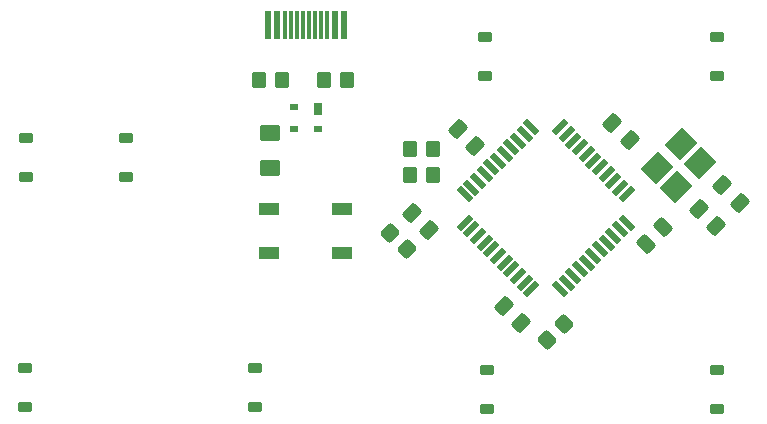
<source format=gbr>
G04 #@! TF.GenerationSoftware,KiCad,Pcbnew,8.0.6*
G04 #@! TF.CreationDate,2025-01-18T20:04:13+00:00*
G04 #@! TF.ProjectId,macro-keyboard,6d616372-6f2d-46b6-9579-626f6172642e,rev?*
G04 #@! TF.SameCoordinates,Original*
G04 #@! TF.FileFunction,Paste,Bot*
G04 #@! TF.FilePolarity,Positive*
%FSLAX46Y46*%
G04 Gerber Fmt 4.6, Leading zero omitted, Abs format (unit mm)*
G04 Created by KiCad (PCBNEW 8.0.6) date 2025-01-18 20:04:13*
%MOMM*%
%LPD*%
G01*
G04 APERTURE LIST*
G04 Aperture macros list*
%AMRoundRect*
0 Rectangle with rounded corners*
0 $1 Rounding radius*
0 $2 $3 $4 $5 $6 $7 $8 $9 X,Y pos of 4 corners*
0 Add a 4 corners polygon primitive as box body*
4,1,4,$2,$3,$4,$5,$6,$7,$8,$9,$2,$3,0*
0 Add four circle primitives for the rounded corners*
1,1,$1+$1,$2,$3*
1,1,$1+$1,$4,$5*
1,1,$1+$1,$6,$7*
1,1,$1+$1,$8,$9*
0 Add four rect primitives between the rounded corners*
20,1,$1+$1,$2,$3,$4,$5,0*
20,1,$1+$1,$4,$5,$6,$7,0*
20,1,$1+$1,$6,$7,$8,$9,0*
20,1,$1+$1,$8,$9,$2,$3,0*%
%AMRotRect*
0 Rectangle, with rotation*
0 The origin of the aperture is its center*
0 $1 length*
0 $2 width*
0 $3 Rotation angle, in degrees counterclockwise*
0 Add horizontal line*
21,1,$1,$2,0,0,$3*%
G04 Aperture macros list end*
%ADD10RoundRect,0.225000X0.375000X-0.225000X0.375000X0.225000X-0.375000X0.225000X-0.375000X-0.225000X0*%
%ADD11RoundRect,0.250000X-0.350000X-0.450000X0.350000X-0.450000X0.350000X0.450000X-0.350000X0.450000X0*%
%ADD12RoundRect,0.250000X-0.574524X-0.097227X-0.097227X-0.574524X0.574524X0.097227X0.097227X0.574524X0*%
%ADD13RoundRect,0.250000X0.565685X0.070711X0.070711X0.565685X-0.565685X-0.070711X-0.070711X-0.565685X0*%
%ADD14RoundRect,0.250000X0.070711X-0.565685X0.565685X-0.070711X-0.070711X0.565685X-0.565685X0.070711X0*%
%ADD15RoundRect,0.250000X0.574524X0.097227X0.097227X0.574524X-0.574524X-0.097227X-0.097227X-0.574524X0*%
%ADD16RotRect,2.100000X1.800000X45.000000*%
%ADD17R,0.600000X2.450000*%
%ADD18R,0.300000X2.450000*%
%ADD19RotRect,1.500000X0.550000X315.000000*%
%ADD20RotRect,1.500000X0.550000X225.000000*%
%ADD21RoundRect,0.250000X0.350000X0.450000X-0.350000X0.450000X-0.350000X-0.450000X0.350000X-0.450000X0*%
%ADD22R,0.700000X1.000000*%
%ADD23R,0.700000X0.600000*%
%ADD24RoundRect,0.250001X0.624999X-0.462499X0.624999X0.462499X-0.624999X0.462499X-0.624999X-0.462499X0*%
%ADD25R,1.800000X1.100000*%
%ADD26RoundRect,0.250000X0.097227X-0.574524X0.574524X-0.097227X-0.097227X0.574524X-0.574524X0.097227X0*%
G04 APERTURE END LIST*
D10*
X142133623Y-114283623D03*
X142133623Y-110983623D03*
X181233623Y-86183623D03*
X181233623Y-82883623D03*
D11*
X142433623Y-86533623D03*
X144433623Y-86533623D03*
D12*
X172366377Y-90166377D03*
X173833623Y-91633623D03*
X155400000Y-97800000D03*
X156867246Y-99267246D03*
D13*
X155007107Y-100907107D03*
X153592893Y-99492893D03*
D10*
X131200000Y-94750000D03*
X131200000Y-91450000D03*
D14*
X166885786Y-108614214D03*
X168300000Y-107200000D03*
D15*
X164633623Y-107133623D03*
X163166377Y-105666377D03*
D10*
X161633623Y-86183623D03*
X161633623Y-82883623D03*
D16*
X176123044Y-94024264D03*
X178173654Y-91973654D03*
X179800000Y-93600000D03*
X177749390Y-95650610D03*
D17*
X143208623Y-81878623D03*
X143983623Y-81878623D03*
D18*
X144683623Y-81878623D03*
X145183623Y-81878623D03*
X145683623Y-81878623D03*
X146183623Y-81878623D03*
X146683623Y-81878623D03*
X147183623Y-81878623D03*
X147683623Y-81878623D03*
X148183623Y-81878623D03*
D17*
X148883623Y-81878623D03*
X149658623Y-81878623D03*
D10*
X161733623Y-114383623D03*
X161733623Y-111083623D03*
X122700000Y-94800000D03*
X122700000Y-91500000D03*
D19*
X159874687Y-96231541D03*
X160440373Y-95665856D03*
X161006058Y-95100171D03*
X161571743Y-94534485D03*
X162137429Y-93968800D03*
X162703114Y-93403114D03*
X163268800Y-92837429D03*
X163834485Y-92271743D03*
X164400171Y-91706058D03*
X164965856Y-91140373D03*
X165531541Y-90574687D03*
D20*
X167935705Y-90574687D03*
X168501390Y-91140373D03*
X169067075Y-91706058D03*
X169632761Y-92271743D03*
X170198446Y-92837429D03*
X170764132Y-93403114D03*
X171329817Y-93968800D03*
X171895503Y-94534485D03*
X172461188Y-95100171D03*
X173026873Y-95665856D03*
X173592559Y-96231541D03*
D19*
X173592559Y-98635705D03*
X173026873Y-99201390D03*
X172461188Y-99767075D03*
X171895503Y-100332761D03*
X171329817Y-100898446D03*
X170764132Y-101464132D03*
X170198446Y-102029817D03*
X169632761Y-102595503D03*
X169067075Y-103161188D03*
X168501390Y-103726873D03*
X167935705Y-104292559D03*
D20*
X165531541Y-104292559D03*
X164965856Y-103726873D03*
X164400171Y-103161188D03*
X163834485Y-102595503D03*
X163268800Y-102029817D03*
X162703114Y-101464132D03*
X162137429Y-100898446D03*
X161571743Y-100332761D03*
X161006058Y-99767075D03*
X160440373Y-99201390D03*
X159874687Y-98635705D03*
D21*
X157233623Y-92433623D03*
X155233623Y-92433623D03*
D22*
X147433623Y-89033623D03*
D23*
X147433623Y-90733623D03*
X145433623Y-90733623D03*
X145433623Y-88833623D03*
D10*
X181233623Y-114383623D03*
X181233623Y-111083623D03*
D24*
X143433623Y-94008623D03*
X143433623Y-91033623D03*
D10*
X122683623Y-114283623D03*
X122683623Y-110983623D03*
D25*
X143300000Y-101200000D03*
X149500000Y-101200000D03*
X143300000Y-97500000D03*
X149500000Y-97500000D03*
D12*
X181689421Y-95490641D03*
X183156667Y-96957887D03*
D21*
X149933623Y-86533623D03*
X147933623Y-86533623D03*
D26*
X175200000Y-100467246D03*
X176667246Y-99000000D03*
D21*
X157233623Y-94640730D03*
X155233623Y-94640730D03*
D12*
X179689421Y-97490641D03*
X181156667Y-98957887D03*
X159300000Y-90700000D03*
X160767246Y-92167246D03*
M02*

</source>
